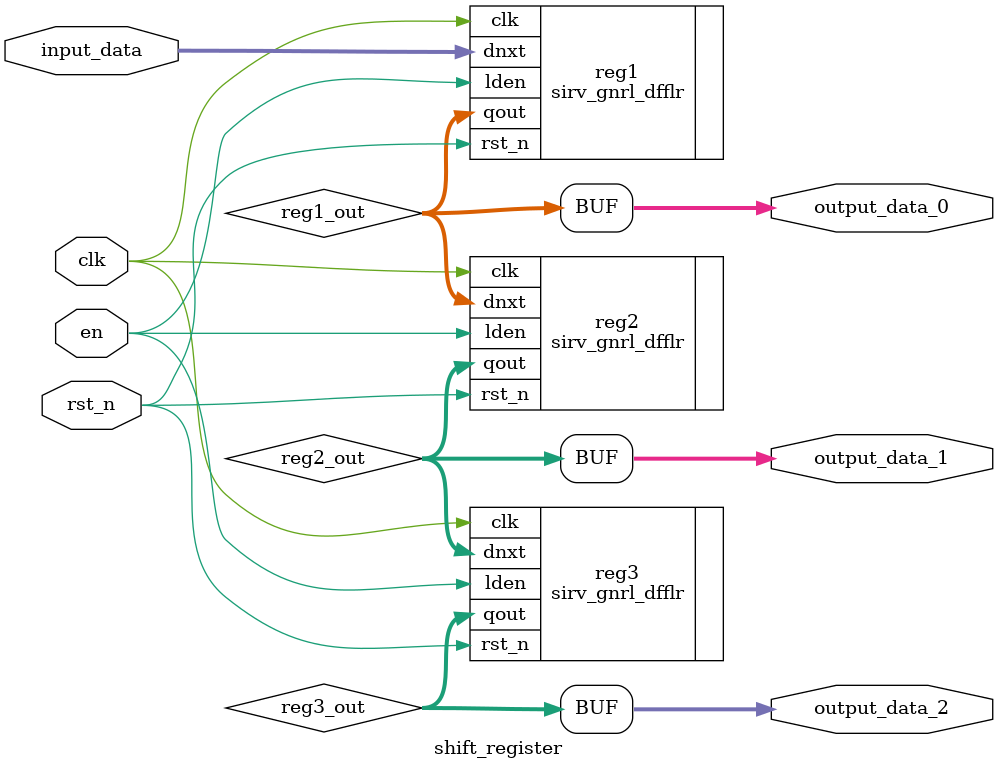
<source format=v>
module shift_register(
  input clk,
  input rst_n,
  input en,
  input [7:0] input_data,
  output [7:0] output_data_0,
  output [7:0] output_data_1,
  output [7:0] output_data_2
);

wire [7:0] reg1_out, reg2_out, reg3_out;

sirv_gnrl_dfflr #(8) reg1 (
  .lden(en),
  .dnxt(input_data),
  .qout(reg1_out),
  .clk(clk),
  .rst_n(rst_n)
);

sirv_gnrl_dfflr #(8) reg2 (
  .lden(en),
  .dnxt(reg1_out),
  .qout(reg2_out),
  .clk(clk),
  .rst_n(rst_n)
);

sirv_gnrl_dfflr #(8) reg3 (
  .lden(en),
  .dnxt(reg2_out),
  .qout(reg3_out),
  .clk(clk),
  .rst_n(rst_n)
);

assign output_data_0 = reg1_out;
assign output_data_1 = reg2_out;
assign output_data_2 = reg3_out;

endmodule

</source>
